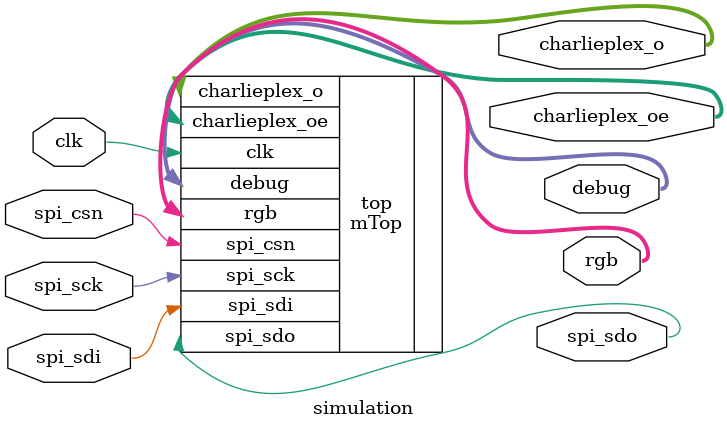
<source format=sv>
`default_nettype none

module simulation #(
	parameter TICKS_PER_BAUD = 4
) (
	input logic clk,

	input logic spi_sck,
	input logic spi_csn,
	input logic spi_sdi,
	output logic spi_sdo,

	output logic[6:0] charlieplex_o,
	output logic[6:0] charlieplex_oe,

	output logic[2:0] rgb,

	output logic[7:0] debug
);
	logic [6:0] charlieplex_oe;
	logic [6:0] charlieplex_o;
	logic [7:0] debug;


	mTop #(
		.TICKS_PER_BAUD(4)
	) top (
		.clk(clk),
		.spi_sck(spi_sck),
		.spi_csn(spi_csn),
		.spi_sdi(spi_sdi),
		.spi_sdo(spi_sdo),
		.charlieplex_oe(charlieplex_oe),
		.charlieplex_o(charlieplex_o),
		.rgb(rgb),
		.debug(debug)
	);

endmodule

</source>
